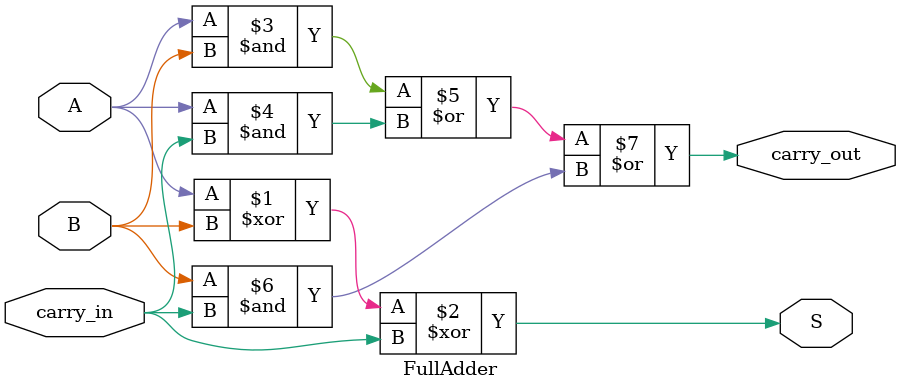
<source format=sv>

module FullAdder
(
	input A,
	input B,
	input carry_in,
	
	output S,
	output carry_out
);

assign S = A ^ B ^ carry_in;
assign carry_out = (A & B) | (A & carry_in) | (B & carry_in); // AB + AC + BC

endmodule

</source>
